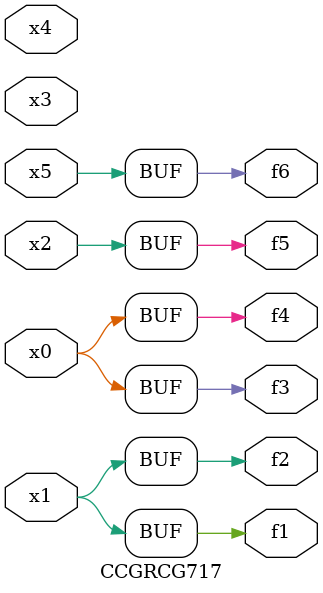
<source format=v>
module CCGRCG717(
	input x0, x1, x2, x3, x4, x5,
	output f1, f2, f3, f4, f5, f6
);
	assign f1 = x1;
	assign f2 = x1;
	assign f3 = x0;
	assign f4 = x0;
	assign f5 = x2;
	assign f6 = x5;
endmodule

</source>
